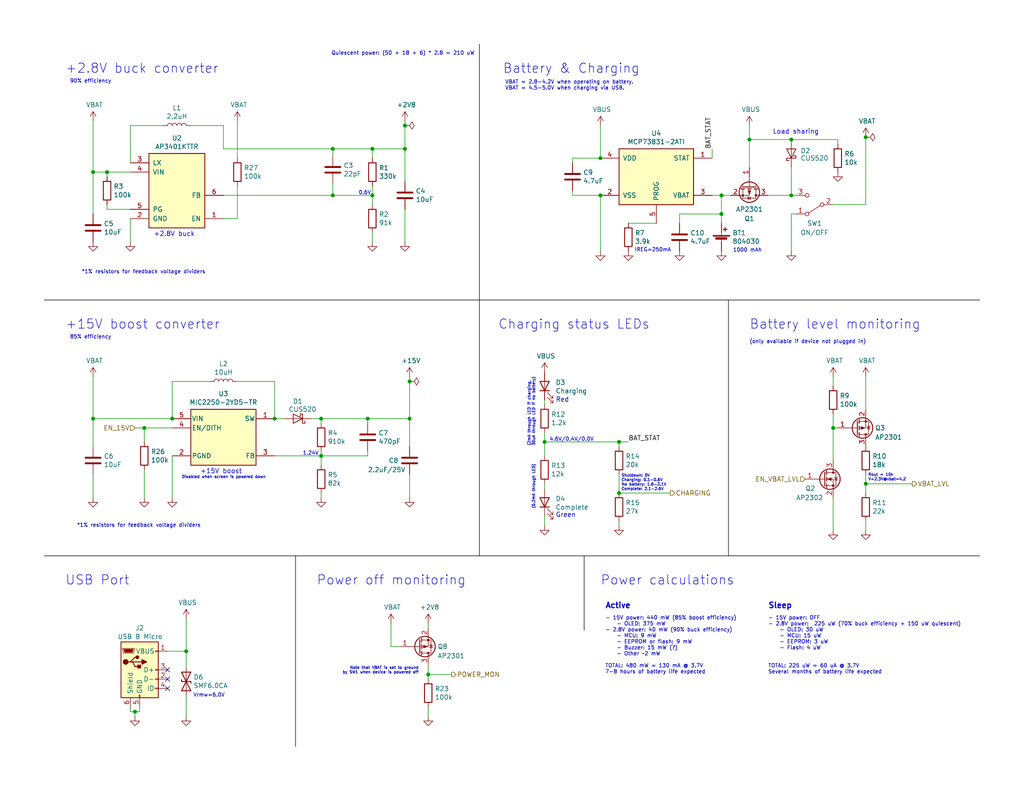
<source format=kicad_sch>
(kicad_sch (version 20211123) (generator eeschema)
  (paper "USLetter")
  (title_block (title "Handheld game console (Power)") (date "2021-11-16") (rev "2021A"))
  (lib_symbols
    (symbol "Connector:USB_B_Micro" (pin_names (offset 1.016))
      (property "Reference" "J" (at -5.08 11.43 0))
      (property "Value" "USB_B_Micro" (at -5.08 8.89 0))
      (symbol "USB_B_Micro_0_1"
        (rectangle (start -5.08 -7.62) (end 5.08 7.62) (stroke (width 0.254)) (fill (type background)))
        (circle (center -3.81 2.159) (radius 0.635) (stroke (width 0.254)) (fill (type outline)))
        (circle (center -0.635 3.429) (radius 0.381) (stroke (width 0.254)) (fill (type outline)))
        (rectangle (start -0.127 -7.62) (end 0.127 -6.858))
        (polyline (pts (xy -1.905 2.159) (xy 0.635 2.159)) (stroke (width 0.254)))
        (polyline (pts (xy -3.175 2.159) (xy -2.54 2.159) (xy -1.27 3.429) (xy -0.635 3.429)) (stroke (width 0.254)))
        (polyline (pts (xy -2.54 2.159) (xy -1.905 2.159) (xy -1.27 0.889) (xy 0 0.889)) (stroke (width 0.254)))
        (polyline (pts (xy 0.635 2.794) (xy 0.635 1.524) (xy 1.905 2.159) (xy 0.635 2.794)) (stroke (width 0.254)) (fill (type outline)))
        (polyline (pts (xy -4.318 5.588) (xy -1.778 5.588) (xy -2.032 4.826) (xy -4.064 4.826) (xy -4.318 5.588)) (fill (type outline)))
        (polyline (pts (xy -4.699 5.842) (xy -4.699 5.588) (xy -4.445 4.826) (xy -4.445 4.572) (xy -1.651 4.572) (xy -1.651 4.826) (xy -1.397 5.588) (xy -1.397 5.842) (xy -4.699 5.842)))
        (rectangle (start 0.254 1.27) (end -0.508 0.508) (stroke (width 0.254)) (fill (type outline)))
        (rectangle (start 5.08 -5.207) (end 4.318 -4.953))
        (rectangle (start 5.08 -2.667) (end 4.318 -2.413))
        (rectangle (start 5.08 -0.127) (end 4.318 0.127))
        (rectangle (start 5.08 4.953) (end 4.318 5.207))
      )
      (symbol "USB_B_Micro_1_1"
        (pin power_out line (at 7.62 5.08 180) (length 2.54) (name "VBUS") (number "1"))
        (pin bidirectional line (at 7.62 -2.54 180) (length 2.54) (name "D-") (number "2"))
        (pin bidirectional line (at 7.62 0 180) (length 2.54) (name "D+") (number "3"))
        (pin passive line (at 7.62 -5.08 180) (length 2.54) (name "ID") (number "4"))
        (pin power_out line (at 0 -10.16 90) (length 2.54) (name "GND") (number "5"))
        (pin passive line (at -2.54 -10.16 90) (length 2.54) (name "Shield") (number "6"))
      )
    )
    (symbol "Device:Battery_Cell" (pin_numbers hide) (pin_names (offset 0) hide)
      (property "Reference" "BT" (at 2.54 2.54 0))
      (property "Value" "Battery_Cell" (at 2.54 0 0))
      (symbol "Battery_Cell_0_1"
        (rectangle (start -2.286 1.778) (end 2.286 1.524) (fill (type outline)))
        (rectangle (start -1.5748 1.1938) (end 1.4732 0.6858) (fill (type outline)))
        (polyline (pts (xy 0 0.762) (xy 0 0)))
        (polyline (pts (xy 0 1.778) (xy 0 2.54)))
        (polyline (pts (xy 0.508 3.429) (xy 1.524 3.429)) (stroke (width 0.254)))
        (polyline (pts (xy 1.016 3.937) (xy 1.016 2.921)) (stroke (width 0.254)))
      )
      (symbol "Battery_Cell_1_1"
        (pin passive line (at 0 5.08 270) (length 2.54) (name "+") (number "1"))
        (pin passive line (at 0 -2.54 90) (length 2.54) (name "-") (number "2"))
      )
    )
    (symbol "Device:C" (pin_numbers hide) (pin_names (offset 0.254))
      (property "Reference" "C" (at 0.635 2.54 0))
      (property "Value" "C" (at 0.635 -2.54 0))
      (symbol "C_0_1"
        (polyline (pts (xy -2.032 -0.762) (xy 2.032 -0.762)) (stroke (width 0.508)))
        (polyline (pts (xy -2.032 0.762) (xy 2.032 0.762)) (stroke (width 0.508)))
      )
      (symbol "C_1_1"
        (pin passive line (at 0 3.81 270) (length 2.794) (name "~") (number "1"))
        (pin passive line (at 0 -3.81 90) (length 2.794) (name "~") (number "2"))
      )
    )
    (symbol "Device:D_TVS" (pin_numbers hide) (pin_names (offset 1.016) hide)
      (property "Reference" "D" (at 0 2.54 0))
      (property "Value" "D_TVS" (at 0 -2.54 0))
      (symbol "D_TVS_0_1"
        (polyline (pts (xy 1.27 0) (xy -1.27 0)))
        (polyline (pts (xy 0.508 1.27) (xy 0 1.27) (xy 0 -1.27) (xy -0.508 -1.27)) (stroke (width 0.254)))
        (polyline (pts (xy -2.54 1.27) (xy -2.54 -1.27) (xy 2.54 1.27) (xy 2.54 -1.27) (xy -2.54 1.27)) (stroke (width 0.254)))
      )
      (symbol "D_TVS_1_1"
        (pin passive line (at -3.81 0 0) (length 2.54) (name "A1") (number "1"))
        (pin passive line (at 3.81 0 180) (length 2.54) (name "A2") (number "2"))
      )
    )
    (symbol "Device:L" (pin_numbers hide) (pin_names (offset 1.016) hide)
      (property "Reference" "L" (at -1.27 0 90))
      (property "Value" "L" (at 1.905 0 90))
      (symbol "L_0_1"
        (arc (start 0 -2.54) (mid 0.635 -1.905) (end 0 -1.27))
        (arc (start 0 -1.27) (mid 0.635 -0.635) (end 0 0))
        (arc (start 0 0) (mid 0.635 0.635) (end 0 1.27))
        (arc (start 0 1.27) (mid 0.635 1.905) (end 0 2.54))
      )
      (symbol "L_1_1"
        (pin passive line (at 0 3.81 270) (length 1.27) (name "1") (number "1"))
        (pin passive line (at 0 -3.81 90) (length 1.27) (name "2") (number "2"))
      )
    )
    (symbol "Device:LED" (pin_numbers hide) (pin_names (offset 1.016) hide)
      (property "Reference" "D" (at 0 2.54 0))
      (property "Value" "LED" (at 0 -2.54 0))
      (symbol "LED_0_1"
        (polyline (pts (xy -1.27 -1.27) (xy -1.27 1.27)) (stroke (width 0.254)))
        (polyline (pts (xy -1.27 0) (xy 1.27 0)))
        (polyline (pts (xy 1.27 -1.27) (xy 1.27 1.27) (xy -1.27 0) (xy 1.27 -1.27)) (stroke (width 0.254)))
        (polyline (pts (xy -3.048 -0.762) (xy -4.572 -2.286) (xy -3.81 -2.286) (xy -4.572 -2.286) (xy -4.572 -1.524)))
        (polyline (pts (xy -1.778 -0.762) (xy -3.302 -2.286) (xy -2.54 -2.286) (xy -3.302 -2.286) (xy -3.302 -1.524)))
      )
      (symbol "LED_1_1"
        (pin passive line (at -3.81 0 0) (length 2.54) (name "K") (number "1"))
        (pin passive line (at 3.81 0 180) (length 2.54) (name "A") (number "2"))
      )
    )
    (symbol "Device:R" (pin_numbers hide) (pin_names (offset 0))
      (property "Reference" "R" (at 2.032 0 90))
      (property "Value" "R" (at 0 0 90))
      (symbol "R_0_1"
        (rectangle (start -1.016 -2.54) (end 1.016 2.54) (stroke (width 0.254)))
      )
      (symbol "R_1_1"
        (pin passive line (at 0 3.81 270) (length 1.27) (name "~") (number "1"))
        (pin passive line (at 0 -3.81 90) (length 1.27) (name "~") (number "2"))
      )
    )
    (symbol "Switch:SW_SPDT" (pin_names (offset 0) hide)
      (property "Reference" "SW" (at 0 4.318 0))
      (property "Value" "SW_SPDT" (at 0 -5.08 0))
      (symbol "SW_SPDT_0_0"
        (circle (center -2.032 0) (radius 0.508))
        (circle (center 2.032 -2.54) (radius 0.508))
      )
      (symbol "SW_SPDT_0_1"
        (polyline (pts (xy -1.524 0.254) (xy 1.651 2.286)))
        (circle (center 2.032 2.54) (radius 0.508))
      )
      (symbol "SW_SPDT_1_1"
        (pin passive line (at 5.08 2.54 180) (length 2.54) (name "A") (number "1"))
        (pin passive line (at -5.08 0 0) (length 2.54) (name "B") (number "2"))
        (pin passive line (at 5.08 -2.54 180) (length 2.54) (name "C") (number "3"))
      )
    )
    (symbol "console:+2.8V" (power) (pin_names (offset 0))
      (property "Value" "+2.8V" (at 0 3.556 0))
      (symbol "+2.8V_0_1"
        (polyline (pts (xy -0.762 1.27) (xy 0 2.54)))
        (polyline (pts (xy 0 0) (xy 0 2.54)))
        (polyline (pts (xy 0 2.54) (xy 0.762 1.27)))
      )
      (symbol "+2.8V_1_1"
        (pin power_in line (at 0 0 90) (length 0) hide (name "+2V8") (number "1"))
      )
    )
    (symbol "console:AP2301" (pin_names hide)
      (property "Reference" "Q" (at 5.08 1.905 0))
      (property "Value" "AP2301" (at 5.08 0 0))
      (symbol "AP2301_0_1"
        (polyline (pts (xy 0.254 0) (xy -2.54 0)))
        (polyline (pts (xy 0.254 1.905) (xy 0.254 -1.905)) (stroke (width 0.254)))
        (polyline (pts (xy 0.762 -1.27) (xy 0.762 -2.286)) (stroke (width 0.254)))
        (polyline (pts (xy 0.762 0.508) (xy 0.762 -0.508)) (stroke (width 0.254)))
        (polyline (pts (xy 0.762 2.286) (xy 0.762 1.27)) (stroke (width 0.254)))
        (polyline (pts (xy 2.54 2.54) (xy 2.54 1.778)))
        (polyline (pts (xy 2.54 -2.54) (xy 2.54 0) (xy 0.762 0)))
        (polyline (pts (xy 0.762 1.778) (xy 3.302 1.778) (xy 3.302 -1.778) (xy 0.762 -1.778)))
        (polyline (pts (xy 2.286 0) (xy 1.27 0.381) (xy 1.27 -0.381) (xy 2.286 0)) (fill (type outline)))
        (polyline (pts (xy 2.794 -0.508) (xy 2.921 -0.381) (xy 3.683 -0.381) (xy 3.81 -0.254)))
        (polyline (pts (xy 3.302 -0.381) (xy 2.921 0.254) (xy 3.683 0.254) (xy 3.302 -0.381)))
        (circle (center 1.651 0) (radius 2.794) (stroke (width 0.254)))
        (circle (center 2.54 -1.778) (radius 0.254) (fill (type outline)))
        (circle (center 2.54 1.778) (radius 0.254) (fill (type outline)))
      )
      (symbol "AP2301_1_1"
        (pin input line (at -5.08 0 0) (length 2.54) (name "G") (number "1"))
        (pin passive line (at 2.54 -5.08 90) (length 2.54) (name "S") (number "2"))
        (pin passive line (at 2.54 5.08 270) (length 2.54) (name "D") (number "3"))
      )
    )
    (symbol "console:AP2302" (pin_names hide)
      (property "Reference" "Q" (at 5.08 1.905 0))
      (property "Value" "AP2302" (at 5.08 0 0))
      (symbol "AP2302_0_1"
        (polyline (pts (xy 0.254 0) (xy -2.54 0)))
        (polyline (pts (xy 0.254 1.905) (xy 0.254 -1.905)) (stroke (width 0.254)))
        (polyline (pts (xy 0.762 -1.27) (xy 0.762 -2.286)) (stroke (width 0.254)))
        (polyline (pts (xy 0.762 0.508) (xy 0.762 -0.508)) (stroke (width 0.254)))
        (polyline (pts (xy 0.762 2.286) (xy 0.762 1.27)) (stroke (width 0.254)))
        (polyline (pts (xy 2.54 2.54) (xy 2.54 1.778)))
        (polyline (pts (xy 2.54 -2.54) (xy 2.54 0) (xy 0.762 0)))
        (polyline (pts (xy 0.762 -1.778) (xy 3.302 -1.778) (xy 3.302 1.778) (xy 0.762 1.778)))
        (polyline (pts (xy 1.016 0) (xy 2.032 0.381) (xy 2.032 -0.381) (xy 1.016 0)) (fill (type outline)))
        (polyline (pts (xy 2.794 0.508) (xy 2.921 0.381) (xy 3.683 0.381) (xy 3.81 0.254)))
        (polyline (pts (xy 3.302 0.381) (xy 2.921 -0.254) (xy 3.683 -0.254) (xy 3.302 0.381)))
        (circle (center 1.651 0) (radius 2.794) (stroke (width 0.254)))
        (circle (center 2.54 -1.778) (radius 0.254) (fill (type outline)))
        (circle (center 2.54 1.778) (radius 0.254) (fill (type outline)))
      )
      (symbol "AP2302_1_1"
        (pin input line (at -5.08 0 0) (length 2.54) (name "G") (number "1"))
        (pin passive line (at 2.54 -5.08 90) (length 2.54) (name "S") (number "2"))
        (pin passive line (at 2.54 5.08 270) (length 2.54) (name "D") (number "3"))
      )
    )
    (symbol "console:AP3401" (pin_names (offset 1.016))
      (property "Reference" "U" (at 0 0 0))
      (property "Value" "AP3401" (at 2.54 0 0))
      (symbol "AP3401_0_1"
        (rectangle (start -5.08 -1.27) (end 10.16 -21.59) (stroke (width 0.254)) (fill (type background)))
      )
      (symbol "AP3401_1_1"
        (pin input line (at 15.24 -19.05 180) (length 5.08) (name "EN") (number "1"))
        (pin power_in line (at -10.16 -19.05 0) (length 5.08) (name "GND") (number "2"))
        (pin power_out line (at -10.16 -3.81 0) (length 5.08) (name "LX") (number "3"))
        (pin power_in line (at -10.16 -6.35 0) (length 5.08) (name "VIN") (number "4"))
        (pin input line (at -10.16 -16.51 0) (length 5.08) (name "PG") (number "5"))
        (pin input line (at 15.24 -12.7 180) (length 5.08) (name "FB") (number "6"))
      )
    )
    (symbol "console:CUS520" (pin_numbers hide) (pin_names (offset 1.016) hide)
      (property "Reference" "D" (at 0 2.54 0))
      (property "Value" "CUS520" (at 0 -2.54 0))
      (symbol "CUS520_0_1"
        (polyline (pts (xy 1.27 0) (xy -1.27 0)))
        (polyline (pts (xy 1.27 1.27) (xy 1.27 -1.27) (xy -1.27 0) (xy 1.27 1.27)) (stroke (width 0.2032)))
        (polyline (pts (xy -1.905 0.635) (xy -1.905 1.27) (xy -1.27 1.27) (xy -1.27 -1.27) (xy -0.635 -1.27) (xy -0.635 -0.635)) (stroke (width 0.2032)))
      )
      (symbol "CUS520_1_1"
        (pin passive line (at -3.81 0 0) (length 2.54) (name "C") (number "1"))
        (pin passive line (at 3.81 0 180) (length 2.54) (name "A") (number "2"))
      )
    )
    (symbol "console:MCP73831T-2ATI" (pin_names (offset 1.016))
      (property "Reference" "U" (at -1.27 11.43 0))
      (property "Value" "MCP73831T-2ATI" (at -8.89 8.89 0))
      (symbol "MCP73831T-2ATI_0_0"
        (rectangle (start -10.16 -7.62) (end 10.16 7.62) (stroke (width 0.254)) (fill (type background)))
        (pin output line (at 15.24 5.08 180) (length 5.08) (name "STAT") (number "1"))
        (pin power_in line (at -15.24 -5.08 0) (length 5.08) (name "VSS") (number "2"))
        (pin output line (at 15.24 -5.08 180) (length 5.08) (name "VBAT") (number "3"))
        (pin power_in line (at -15.24 5.08 0) (length 5.08) (name "VDD") (number "4"))
        (pin input line (at 0 -12.7 90) (length 5.08) (name "PROG") (number "5"))
      )
    )
    (symbol "console:MIC2250" (pin_names (offset 0.254))
      (property "Reference" "U" (at 16.51 7.62 0))
      (property "Value" "MIC2250" (at 16.51 5.08 0))
      (symbol "MIC2250_1_1"
        (rectangle (start 7.62 3.81) (end 25.4 -11.43) (stroke (width 0.254)) (fill (type background)))
        (pin input line (at 30.48 1.27 180) (length 5.08) (name "SW") (number "1"))
        (pin power_in line (at 2.54 -8.89 0) (length 5.08) (name "PGND") (number "2"))
        (pin input line (at 30.48 -8.89 180) (length 5.08) (name "FB") (number "3"))
        (pin input line (at 2.54 -1.27 0) (length 5.08) (name "EN/DITH") (number "4"))
        (pin input line (at 2.54 1.27 0) (length 5.08) (name "VIN") (number "5"))
      )
    )
    (symbol "console:VBAT" (power) (pin_names (offset 0))
      (property "Value" "VBAT" (at 0 3.81 0))
      (symbol "VBAT_0_1"
        (polyline (pts (xy -0.762 1.27) (xy 0 2.54)))
        (polyline (pts (xy 0 0) (xy 0 2.54)))
        (polyline (pts (xy 0 2.54) (xy 0.762 1.27)))
      )
      (symbol "VBAT_1_1"
        (pin power_in line (at 0 0 90) (length 0) hide (name "VBAT") (number "1"))
      )
    )
    (symbol "power:+15V" (power) (pin_names (offset 0))
      (property "Value" "+15V" (at 0 3.556 0))
      (symbol "+15V_0_1"
        (polyline (pts (xy -0.762 1.27) (xy 0 2.54)))
        (polyline (pts (xy 0 0) (xy 0 2.54)))
        (polyline (pts (xy 0 2.54) (xy 0.762 1.27)))
      )
      (symbol "+15V_1_1"
        (pin power_in line (at 0 0 90) (length 0) hide (name "+15V") (number "1"))
      )
    )
    (symbol "power:GND" (power) (pin_names (offset 0))
      (property "Value" "GND" (at 0 -3.81 0))
      (symbol "GND_0_1"
        (polyline (pts (xy 0 0) (xy 0 -1.27) (xy 1.27 -1.27) (xy 0 -2.54) (xy -1.27 -1.27) (xy 0 -1.27)))
      )
      (symbol "GND_1_1"
        (pin power_in line (at 0 0 270) (length 0) hide (name "GND") (number "1"))
      )
    )
    (symbol "power:PWR_FLAG" (power) (pin_numbers hide) (pin_names (offset 0) hide)
      (property "Value" "PWR_FLAG" (at 0 3.81 0))
      (symbol "PWR_FLAG_0_0"
        (pin power_out line (at 0 0 90) (length 0) (name "pwr") (number "1"))
      )
      (symbol "PWR_FLAG_0_1"
        (polyline (pts (xy 0 0) (xy 0 1.27) (xy -1.016 1.905) (xy 0 2.54) (xy 1.016 1.905) (xy 0 1.27)))
      )
    )
    (symbol "power:VBUS" (power) (pin_names (offset 0))
      (property "Value" "VBUS" (at 0 3.81 0))
      (symbol "VBUS_0_1"
        (polyline (pts (xy -0.762 1.27) (xy 0 2.54)))
        (polyline (pts (xy 0 0) (xy 0 2.54)))
        (polyline (pts (xy 0 2.54) (xy 0.762 1.27)))
      )
      (symbol "VBUS_1_1"
        (pin power_in line (at 0 0 90) (length 0) hide (name "VBUS") (number "1"))
      )
    )
  )
  (junction (at 87.63 114.3))
  (junction (at 116.84 184.15))
  (junction (at 110.49 40.64))
  (junction (at 101.6 53.34))
  (junction (at 46.99 114.3))
  (junction (at 74.93 114.3))
  (junction (at 196.85 53.34))
  (junction (at 101.6 40.64))
  (junction (at 163.83 53.34))
  (junction (at 163.83 43.18))
  (junction (at 29.21 46.99))
  (junction (at 236.22 37.465))
  (junction (at 236.22 132.08))
  (junction (at 215.9 38.1))
  (junction (at 111.76 104.14))
  (junction (at 111.76 114.3))
  (junction (at 87.63 124.46))
  (junction (at 39.37 116.84))
  (junction (at 196.85 58.42))
  (junction (at 90.805 53.34))
  (junction (at 168.91 134.62))
  (junction (at 100.33 114.3))
  (junction (at 168.91 120.65))
  (junction (at 204.47 38.1))
  (junction (at 50.8 177.8))
  (junction (at 25.4 114.3))
  (junction (at 215.9 53.34))
  (junction (at 36.83 194.31))
  (junction (at 25.4 46.99))
  (junction (at 110.49 34.29))
  (junction (at 148.59 120.65))
  (junction (at 90.805 40.64))
  (junction (at 227.33 116.84))
  (no_connect (at 45.72 182.88))
  (no_connect (at 45.72 187.96))
  (no_connect (at 45.72 185.42))
  (wire (pts (xy 25.4 102.87) (xy 25.4 114.3)))
  (polyline (pts (xy 198.755 151.765) (xy 198.755 81.915)) (stroke (width 0) (type solid) (color 0 0 0 1)))
  (wire (pts (xy 215.9 45.72) (xy 215.9 53.34)))
  (wire (pts (xy 236.22 37.465) (xy 236.22 55.88)))
  (wire (pts (xy 110.49 34.29) (xy 110.49 40.64)))
  (wire (pts (xy 90.805 50.165) (xy 90.805 53.34)))
  (wire (pts (xy 90.805 40.64) (xy 101.6 40.64)))
  (wire (pts (xy 25.4 114.3) (xy 46.99 114.3)))
  (wire (pts (xy 215.9 58.42) (xy 215.9 68.58)))
  (wire (pts (xy 100.33 114.3) (xy 111.76 114.3)))
  (wire (pts (xy 35.56 66.04) (xy 35.56 59.69)))
  (wire (pts (xy 116.84 195.58) (xy 116.84 193.04)))
  (wire (pts (xy 110.49 33.02) (xy 110.49 34.29)))
  (wire (pts (xy 60.96 53.34) (xy 90.805 53.34)))
  (wire (pts (xy 148.59 132.08) (xy 148.59 133.35)))
  (wire (pts (xy 168.91 129.54) (xy 168.91 134.62)))
  (wire (pts (xy 35.56 194.31) (xy 36.83 194.31)))
  (wire (pts (xy 46.99 104.14) (xy 57.15 104.14)))
  (wire (pts (xy 87.63 135.89) (xy 87.63 134.62)))
  (wire (pts (xy 36.83 194.31) (xy 36.83 195.58)))
  (wire (pts (xy 90.805 53.34) (xy 101.6 53.34)))
  (wire (pts (xy 111.76 104.14) (xy 111.76 114.3)))
  (wire (pts (xy 171.45 60.96) (xy 179.07 60.96)))
  (wire (pts (xy 215.9 53.34) (xy 217.17 53.34)))
  (wire (pts (xy 148.59 120.65) (xy 148.59 124.46)))
  (wire (pts (xy 209.55 53.34) (xy 215.9 53.34)))
  (polyline (pts (xy 12.065 81.915) (xy 267.335 81.915)) (stroke (width 0) (type solid) (color 0 0 0 1)))
  (wire (pts (xy 116.84 181.61) (xy 116.84 184.15)))
  (wire (pts (xy 25.4 46.99) (xy 29.21 46.99)))
  (wire (pts (xy 85.09 114.3) (xy 87.63 114.3)))
  (wire (pts (xy 185.42 60.96) (xy 185.42 58.42)))
  (wire (pts (xy 64.77 33.02) (xy 64.77 43.18)))
  (wire (pts (xy 100.33 114.3) (xy 100.33 115.57)))
  (wire (pts (xy 87.63 124.46) (xy 87.63 127)))
  (wire (pts (xy 204.47 34.29) (xy 204.47 38.1)))
  (wire (pts (xy 215.9 58.42) (xy 217.17 58.42)))
  (wire (pts (xy 106.68 170.18) (xy 106.68 176.53)))
  (wire (pts (xy 116.84 170.18) (xy 116.84 171.45)))
  (wire (pts (xy 204.47 38.1) (xy 204.47 45.72)))
  (wire (pts (xy 194.31 40.64) (xy 194.31 43.18)))
  (wire (pts (xy 90.805 42.545) (xy 90.805 40.64)))
  (wire (pts (xy 74.93 124.46) (xy 87.63 124.46)))
  (polyline (pts (xy 12.065 151.765) (xy 267.335 151.765)) (stroke (width 0) (type solid) (color 0 0 0 1)))
  (wire (pts (xy 168.91 121.92) (xy 168.91 120.65)))
  (wire (pts (xy 228.6 39.37) (xy 228.6 38.1)))
  (wire (pts (xy 25.4 129.54) (xy 25.4 135.89)))
  (wire (pts (xy 227.33 113.03) (xy 227.33 116.84)))
  (wire (pts (xy 236.22 102.87) (xy 236.22 111.76)))
  (wire (pts (xy 168.91 134.62) (xy 182.88 134.62)))
  (wire (pts (xy 236.22 55.88) (xy 227.33 55.88)))
  (wire (pts (xy 29.21 46.99) (xy 35.56 46.99)))
  (wire (pts (xy 25.4 114.3) (xy 25.4 121.92)))
  (wire (pts (xy 156.21 43.18) (xy 163.83 43.18)))
  (wire (pts (xy 116.84 184.15) (xy 116.84 185.42)))
  (wire (pts (xy 60.96 40.64) (xy 90.805 40.64)))
  (wire (pts (xy 111.76 129.54) (xy 111.76 135.89)))
  (wire (pts (xy 227.33 116.84) (xy 228.6 116.84)))
  (wire (pts (xy 111.76 102.87) (xy 111.76 104.14)))
  (wire (pts (xy 100.33 124.46) (xy 100.33 123.19)))
  (wire (pts (xy 35.56 193.04) (xy 35.56 194.31)))
  (wire (pts (xy 156.21 44.45) (xy 156.21 43.18)))
  (wire (pts (xy 25.4 33.02) (xy 25.4 46.99)))
  (wire (pts (xy 111.76 114.3) (xy 111.76 121.92)))
  (wire (pts (xy 236.22 132.08) (xy 236.22 134.62)))
  (wire (pts (xy 227.33 102.87) (xy 227.33 105.41)))
  (wire (pts (xy 60.96 34.29) (xy 60.96 40.64)))
  (wire (pts (xy 25.4 46.99) (xy 25.4 58.42)))
  (wire (pts (xy 35.56 57.15) (xy 29.21 57.15)))
  (wire (pts (xy 46.99 114.3) (xy 46.99 104.14)))
  (wire (pts (xy 50.8 168.91) (xy 50.8 177.8)))
  (wire (pts (xy 110.49 40.64) (xy 110.49 49.53)))
  (polyline (pts (xy 159.512 171.9072) (xy 267.2588 171.9072)) (stroke (width 0) (type solid) (color 255 255 255 1)))
  (wire (pts (xy 101.6 63.5) (xy 101.6 66.04)))
  (wire (pts (xy 196.85 58.42) (xy 196.85 60.96)))
  (wire (pts (xy 168.91 142.24) (xy 168.91 143.51)))
  (wire (pts (xy 196.85 53.34) (xy 196.85 58.42)))
  (wire (pts (xy 29.21 55.88) (xy 29.21 57.15)))
  (wire (pts (xy 236.22 129.54) (xy 236.22 132.08)))
  (wire (pts (xy 156.21 53.34) (xy 163.83 53.34)))
  (wire (pts (xy 36.83 194.31) (xy 38.1 194.31)))
  (wire (pts (xy 60.96 59.69) (xy 64.77 59.69)))
  (wire (pts (xy 50.8 189.865) (xy 50.8 195.58)))
  (wire (pts (xy 50.8 177.8) (xy 50.8 182.245)))
  (wire (pts (xy 64.77 104.14) (xy 74.93 104.14)))
  (wire (pts (xy 196.85 53.34) (xy 199.39 53.34)))
  (wire (pts (xy 45.72 177.8) (xy 50.8 177.8)))
  (polyline (pts (xy 130.81 151.765) (xy 130.81 12.065)) (stroke (width 0) (type solid) (color 0 0 0 1)))
  (wire (pts (xy 74.93 104.14) (xy 74.93 114.3)))
  (wire (pts (xy 39.37 116.84) (xy 36.83 116.84)))
  (wire (pts (xy 52.07 34.29) (xy 60.96 34.29)))
  (wire (pts (xy 74.93 114.3) (xy 77.47 114.3)))
  (wire (pts (xy 227.33 125.73) (xy 227.33 116.84)))
  (wire (pts (xy 215.9 38.1) (xy 228.6 38.1)))
  (wire (pts (xy 236.22 142.24) (xy 236.22 144.78)))
  (wire (pts (xy 148.59 118.11) (xy 148.59 120.65)))
  (wire (pts (xy 101.6 40.64) (xy 101.6 43.18)))
  (polyline (pts (xy 159.385 172.085) (xy 159.385 151.765)) (stroke (width 0) (type solid) (color 0 0 0 1)))
  (wire (pts (xy 163.83 53.34) (xy 163.83 68.58)))
  (wire (pts (xy 185.42 58.42) (xy 196.85 58.42)))
  (wire (pts (xy 87.63 123.19) (xy 87.63 124.46)))
  (wire (pts (xy 148.59 120.65) (xy 168.91 120.65)))
  (wire (pts (xy 236.22 132.08) (xy 248.92 132.08)))
  (wire (pts (xy 168.91 120.65) (xy 171.45 120.65)))
  (wire (pts (xy 163.83 34.29) (xy 163.83 43.18)))
  (wire (pts (xy 39.37 120.65) (xy 39.37 116.84)))
  (wire (pts (xy 106.68 176.53) (xy 109.22 176.53)))
  (wire (pts (xy 87.63 124.46) (xy 100.33 124.46)))
  (wire (pts (xy 123.19 184.15) (xy 116.84 184.15)))
  (wire (pts (xy 204.47 38.1) (xy 215.9 38.1)))
  (wire (pts (xy 101.6 50.8) (xy 101.6 53.34)))
  (wire (pts (xy 38.1 193.04) (xy 38.1 194.31)))
  (wire (pts (xy 194.31 53.34) (xy 196.85 53.34)))
  (polyline (pts (xy 80.645 151.765) (xy 80.645 203.835)) (stroke (width 0) (type solid) (color 0 0 0 1)))
  (wire (pts (xy 46.99 124.46) (xy 46.99 135.89)))
  (wire (pts (xy 87.63 114.3) (xy 100.33 114.3)))
  (wire (pts (xy 87.63 115.57) (xy 87.63 114.3)))
  (wire (pts (xy 148.59 140.97) (xy 148.59 143.51)))
  (wire (pts (xy 64.77 50.8) (xy 64.77 59.69)))
  (wire (pts (xy 35.56 34.29) (xy 44.45 34.29)))
  (wire (pts (xy 29.21 48.26) (xy 29.21 46.99)))
  (wire (pts (xy 156.21 52.07) (xy 156.21 53.34)))
  (wire (pts (xy 46.99 116.84) (xy 39.37 116.84)))
  (wire (pts (xy 110.49 57.15) (xy 110.49 66.04)))
  (wire (pts (xy 39.37 135.89) (xy 39.37 128.27)))
  (wire (pts (xy 148.59 110.49) (xy 148.59 109.22)))
  (wire (pts (xy 35.56 44.45) (xy 35.56 34.29)))
  (wire (pts (xy 101.6 53.34) (xy 101.6 55.88)))
  (wire (pts (xy 101.6 40.64) (xy 110.49 40.64)))
  (wire (pts (xy 227.33 135.89) (xy 227.33 144.78)))
  (text "Note that VBAT is set to ground\nby SW1 when device is powered off" (at 114.3 184.15 0) (effects (font (size 0.762 0.762)) (justify right bottom)))
  (text "(only available if device not plugged in)" (at 204.47 93.98 0) (effects (font (size 1.016 1.016)) (justify left bottom)))
  (text "85% efficiency" (at 19.05 92.71 0) (effects (font (size 1.016 1.016)) (justify left bottom)))
  (text "Red" (at 151.6126 110.0074 0) (effects (font (size 1.27 1.27)) (justify left bottom)))
  (text "Sleep" (at 209.55 166.37 0) (effects (font (size 1.524 1.524) (thickness 0.3048) bold) (justify left bottom)))
  (text "Power calculations" (at 163.83 160.02 0) (effects (font (size 2.54 2.54)) (justify left bottom)))
  (text "(0.2mA through LED)" (at 146.05 139.065 90) (effects (font (size 0.762 0.762)) (justify left bottom)))
  (text "Green\n" (at 151.5872 141.478 0) (effects (font (size 1.27 1.27)) (justify left bottom)))
  (text "Battery & Charging" (at 137.16 20.32 0) (effects (font (size 2.54 2.54)) (justify left bottom)))
  (text "- 15V power: OFF\n- 2.8V power:  225 uW (70% buck efficiency + 150 uW quiescent)\n    - OLED: 30 uW\n    - MCU: 15 uW\n    - EEPROM: 3 uW\n    - Flash: 4 uW\n\n\nTOTAL: 225 uW = 60 uA @ 3.7V\nSeveral months of battery life expected" (at 209.55 184.15 0) (effects (font (size 1.016 1.016)) (justify left bottom)))
  (text "90% efficiency" (at 19.05 22.86 0) (effects (font (size 1.016 1.016)) (justify left bottom)))
  (text "1000 mAh\n" (at 199.9488 69.0118 0) (effects (font (size 1.016 1.016)) (justify left bottom)))
  (text "0.6V" (at 97.79 53.34 0) (effects (font (size 1.016 1.016)) (justify left bottom)))
  (text "Vrmw=6.0V" (at 52.705 190.5 0) (effects (font (size 1.016 1.016)) (justify left bottom)))
  (text "1.24V" (at 82.55 124.46 0) (effects (font (size 1.016 1.016)) (justify left bottom)))
  (text "*1% resistors for feedback voltage dividers" (at 20.955 144.145 0) (effects (font (size 1.016 1.016)) (justify left bottom)))
  (text "Battery level monitoring\n" (at 204.47 90.17 0) (effects (font (size 2.54 2.54)) (justify left bottom)))
  (text "- 15V power: 440 mW (85% boost efficiency)\n    - OLED: 375 mW\n- 2.8V power: 40 mW (90% buck efficiency)\n    - MCU: 9 mW\n    - EEPROM or flash: 9 mW\n    - Buzzer: 15 mW (?)\n    - Other ~2 mW\n\nTOTAL: 480 mW = 130 mA @ 3.7V\n7-8 hours of battery life expected" (at 165.1 184.15 0) (effects (font (size 1.016 1.016)) (justify left bottom)))
  (text "(2mA through LED if charging,\n30uA through LED if no battery)" (at 146.05 121.92 90) (effects (font (size 0.762 0.762)) (justify left bottom)))
  (text "4.6V/0.4V/0.0V" (at 149.86 120.65 0) (effects (font (size 1.016 1.016)) (justify left bottom)))
  (text "+2.8V buck converter" (at 17.78 20.32 0) (effects (font (size 2.54 2.54)) (justify left bottom)))
  (text "VBAT = 2.8-4.2V when operating on battery.\nVBAT = 4.5-5.0V when charging via USB." (at 137.795 24.765 0) (effects (font (size 1.016 1.016)) (justify left bottom)))
  (text "Shutdown: 0V\nCharging: 0.1-0.6V\nNo battery: 1.6-2.1V\nComplete: 2.1-2.6V" (at 169.4942 134.112 0) (effects (font (size 0.762 0.762)) (justify left bottom)))
  (text "+15V boost converter" (at 17.78 90.17 0) (effects (font (size 2.54 2.54)) (justify left bottom)))
  (text "Active" (at 165.1 166.37 0) (effects (font (size 1.524 1.524) (thickness 0.3048) bold) (justify left bottom)))
  (text "*1% resistors for feedback voltage dividers" (at 22.225 74.93 0) (effects (font (size 1.016 1.016)) (justify left bottom)))
  (text "USB Port" (at 17.78 160.02 0) (effects (font (size 2.54 2.54)) (justify left bottom)))
  (text "Rout = 10k\nV=2.3V@vbat=4.2\n" (at 236.855 131.445 0) (effects (font (size 0.762 0.762)) (justify left bottom)))
  (text "Charging status LEDs" (at 135.89 90.17 0) (effects (font (size 2.54 2.54)) (justify left bottom)))
  (text "Load sharing" (at 210.82 36.83 0) (effects (font (size 1.27 1.27)) (justify left bottom)))
  (text "+15V boost" (at 54.61 129.54 0) (effects (font (size 1.27 1.27)) (justify left bottom)))
  (text "Disabled when screen is powered down" (at 49.53 130.81 0) (effects (font (size 0.762 0.762)) (justify left bottom)))
  (text "IREG=250mA" (at 173.1264 68.9356 0) (effects (font (size 1.016 1.016)) (justify left bottom)))
  (text "+2.8V buck" (at 41.91 64.77 0) (effects (font (size 1.27 1.27)) (justify left bottom)))
  (text "Quiescent power: (50 + 18 + 6) * 2.8 = 210 uW" (at 129.54 15.24 180) (effects (font (size 1.016 1.016)) (justify right bottom)))
  (text "Power off monitoring" (at 86.36 160.02 0) (effects (font (size 2.54 2.54)) (justify left bottom)))
  (label "BAT_STAT" (at 171.45 120.65 0))
  (label "BAT_STAT" (at 194.31 40.64 90))
  (hierarchical_label "EN_VBAT_LVL" (shape input) (at 219.71 130.81 180))
  (hierarchical_label "CHARGING" (shape output) (at 182.88 134.62 0))
  (hierarchical_label "POWER_MON" (shape output) (at 123.19 184.15 0))
  (hierarchical_label "EN_15V" (shape input) (at 36.83 116.84 180))
  (hierarchical_label "VBAT_LVL" (shape output) (at 248.92 132.08 0))
  (symbol (lib_id "console:VBAT") (at 25.4 33.02 0) (unit 1)
    (property "Reference" "#PWR0102" (effects hide))
    (property "Value" "VBAT" (at 25.781 28.6258 0))
  )
  (symbol (lib_id "console:VBAT") (at 25.4 102.87 0) (unit 1)
    (property "Reference" "#PWR0103" (effects hide))
    (property "Value" "VBAT" (at 25.781 98.4758 0))
  )
  (symbol (lib_id "power:GND") (at 46.99 135.89 0) (unit 1)
    (property "Reference" "#PWR0104" (effects hide))
    (property "Value" "GND" (effects hide))
  )
  (symbol (lib_id "console:MIC2250") (at 44.45 115.57 0) (unit 1)
    (property "Reference" "U3" (at 60.96 107.5182 0))
    (property "Value" "MIC2250-2YD5-TR" (at 60.96 109.8296 0))
    (property "Footprint" "Package_TO_SOT_SMD:SOT-23-5" (effects hide))
  )
  (symbol (lib_id "console:CUS520") (at 81.28 114.3 180) (unit 1)
    (property "Reference" "D1" (at 81.2292 109.5756 0))
    (property "Value" "CUS520" (at 82.55 111.76 0))
    (property "Footprint" "Diode_SMD:D_SOD-323_HandSoldering" (effects hide))
  )
  (symbol (lib_id "Device:R") (at 87.63 130.81 0) (unit 1)
    (property "Reference" "R5" (at 89.408 129.6416 0) (effects (justify left)))
    (property "Value" "82k" (at 89.408 131.953 0) (effects (justify left)))
    (property "Footprint" "Resistor_SMD:R_0603_1608Metric" (effects hide))
  )
  (symbol (lib_id "power:GND") (at 87.63 135.89 0) (unit 1)
    (property "Reference" "#PWR0105" (effects hide))
    (property "Value" "GND" (effects hide))
  )
  (symbol (lib_id "power:GND") (at 111.76 135.89 0) (unit 1)
    (property "Reference" "#PWR0106" (effects hide))
    (property "Value" "GND" (effects hide))
  )
  (symbol (lib_id "Device:L") (at 48.26 34.29 90) (unit 1)
    (property "Reference" "L1" (at 48.26 29.464 90))
    (property "Value" "2.2uH" (at 48.26 31.7754 90))
    (property "Footprint" "Inductor_SMD:L_1210_3225Metric" (effects hide))
  )
  (symbol (lib_id "Device:L") (at 60.96 104.14 90) (unit 1)
    (property "Reference" "L2" (at 60.96 99.314 90))
    (property "Value" "10uH" (at 60.96 101.6254 90))
    (property "Footprint" "Inductor_SMD:L_1210_3225Metric" (effects hide))
  )
  (symbol (lib_id "console:AP3401") (at 45.72 40.64 0) (unit 1)
    (property "Reference" "U2" (at 48.26 37.719 0))
    (property "Value" "AP3401KTTR" (at 48.26 40.0304 0))
    (property "Footprint" "Package_TO_SOT_SMD:SOT-23-6" (effects hide))
  )
  (symbol (lib_id "Device:C") (at 111.76 125.73 0) (unit 1)
    (property "Reference" "C8" (at 106.045 125.73 0) (effects (justify left)))
    (property "Value" "2.2uF/25V" (at 100.33 128.27 0) (effects (justify left)))
    (property "Footprint" "Capacitor_SMD:C_0603_1608Metric" (effects hide))
  )
  (symbol (lib_id "power:GND") (at 35.56 66.04 0) (unit 1)
    (property "Reference" "#PWR0107" (effects hide))
    (property "Value" "GND" (effects hide))
  )
  (symbol (lib_id "console:+2.8V") (at 110.49 33.02 0) (unit 1)
    (property "Reference" "#PWR0108" (effects hide))
    (property "Value" "+2.8V" (at 110.871 28.6258 0))
  )
  (symbol (lib_id "Device:R") (at 101.6 59.69 0) (unit 1)
    (property "Reference" "R2" (at 103.378 58.5216 0) (effects (justify left)))
    (property "Value" "91k" (at 103.378 60.833 0) (effects (justify left)))
    (property "Footprint" "Resistor_SMD:R_0603_1608Metric" (effects hide))
  )
  (symbol (lib_id "power:GND") (at 101.6 66.04 0) (unit 1)
    (property "Reference" "#PWR0109" (effects hide))
    (property "Value" "GND" (effects hide))
  )
  (symbol (lib_id "Device:R") (at 101.6 46.99 0) (unit 1)
    (property "Reference" "R1" (at 103.378 45.8216 0) (effects (justify left)))
    (property "Value" "330k" (at 103.378 48.133 0) (effects (justify left)))
    (property "Footprint" "Resistor_SMD:R_0603_1608Metric" (effects hide))
  )
  (symbol (lib_id "power:GND") (at 110.49 66.04 0) (unit 1)
    (property "Reference" "#PWR0110" (effects hide))
    (property "Value" "GND" (effects hide))
  )
  (symbol (lib_id "Device:C") (at 110.49 53.34 0) (unit 1)
    (property "Reference" "C4" (at 113.411 52.1716 0) (effects (justify left)))
    (property "Value" "10uF" (at 113.411 54.483 0) (effects (justify left)))
    (property "Footprint" "Capacitor_SMD:C_0805_2012Metric" (effects hide))
  )
  (symbol (lib_id "Device:C") (at 90.805 46.355 0) (unit 1)
    (property "Reference" "C3" (at 93.726 45.1866 0) (effects (justify left)))
    (property "Value" "22pF" (at 93.726 47.498 0) (effects (justify left)))
    (property "Footprint" "Capacitor_SMD:C_0603_1608Metric" (effects hide))
  )
  (symbol (lib_id "Device:R") (at 87.63 119.38 0) (unit 1)
    (property "Reference" "R4" (at 89.408 118.2116 0) (effects (justify left)))
    (property "Value" "910k" (at 89.408 120.523 0) (effects (justify left)))
    (property "Footprint" "Resistor_SMD:R_0603_1608Metric" (effects hide))
  )
  (symbol (lib_id "power:+15V") (at 111.76 102.87 0) (unit 1)
    (property "Reference" "#PWR0111" (effects hide))
    (property "Value" "+15V" (at 112.141 98.4758 0))
  )
  (symbol (lib_id "power:PWR_FLAG") (at 111.76 104.14 270) (unit 1)
    (property "Reference" "#FLG0101" (effects hide))
    (property "Value" "PWR_FLAG" (effects hide))
  )
  (symbol (lib_id "power:PWR_FLAG") (at 110.49 34.29 270) (unit 1)
    (property "Reference" "#FLG0102" (effects hide))
    (property "Value" "PWR_FLAG" (effects hide))
  )
  (symbol (lib_id "Device:R") (at 29.21 52.07 0) (unit 1)
    (property "Reference" "R3" (at 30.988 50.9016 0) (effects (justify left)))
    (property "Value" "100k" (at 30.988 53.213 0) (effects (justify left)))
    (property "Footprint" "Resistor_SMD:R_0603_1608Metric" (effects hide))
  )
  (symbol (lib_id "power:GND") (at 25.4 66.04 0) (unit 1)
    (property "Reference" "#PWR0112" (effects hide))
    (property "Value" "GND" (effects hide))
  )
  (symbol (lib_id "Device:C") (at 25.4 62.23 0) (unit 1)
    (property "Reference" "C5" (at 28.321 61.0616 0) (effects (justify left)))
    (property "Value" "10uF" (at 28.321 63.373 0) (effects (justify left)))
    (property "Footprint" "Capacitor_SMD:C_0805_2012Metric" (effects hide))
  )
  (symbol (lib_id "Device:C") (at 25.4 125.73 0) (unit 1)
    (property "Reference" "C6" (at 28.321 124.5616 0) (effects (justify left)))
    (property "Value" "10uF" (at 28.321 126.873 0) (effects (justify left)))
    (property "Footprint" "Capacitor_SMD:C_0805_2012Metric" (effects hide))
  )
  (symbol (lib_id "power:GND") (at 25.4 135.89 0) (unit 1)
    (property "Reference" "#PWR0113" (effects hide))
    (property "Value" "GND" (effects hide))
  )
  (symbol (lib_id "Device:C") (at 100.33 119.38 0) (unit 1)
    (property "Reference" "C7" (at 103.251 118.2116 0) (effects (justify left)))
    (property "Value" "470pF" (at 103.251 120.523 0) (effects (justify left)))
    (property "Footprint" "Capacitor_SMD:C_0603_1608Metric" (effects hide))
  )
  (symbol (lib_id "power:VBUS") (at 50.8 168.91 0) (unit 1)
    (property "Reference" "#PWR0114" (effects hide))
    (property "Value" "VBUS" (at 51.181 164.5158 0))
  )
  (symbol (lib_id "power:GND") (at 36.83 195.58 0) (unit 1)
    (property "Reference" "#PWR0115" (effects hide))
    (property "Value" "GND" (effects hide))
  )
  (symbol (lib_id "power:GND") (at 228.6 46.99 0) (unit 1)
    (property "Reference" "#PWR0116" (effects hide))
    (property "Value" "GND" (effects hide))
  )
  (symbol (lib_id "Device:R") (at 228.6 43.18 0) (unit 1)
    (property "Reference" "R6" (at 230.378 42.0116 0) (effects (justify left)))
    (property "Value" "10k" (at 230.378 44.323 0) (effects (justify left)))
    (property "Footprint" "Resistor_SMD:R_0603_1608Metric" (effects hide))
  )
  (symbol (lib_id "power:VBUS") (at 204.47 34.29 0) (unit 1)
    (property "Reference" "#PWR0117" (effects hide))
    (property "Value" "VBUS" (at 204.851 29.8958 0))
  )
  (symbol (lib_id "power:GND") (at 163.83 68.58 0) (unit 1)
    (property "Reference" "#PWR0118" (effects hide))
    (property "Value" "GND" (effects hide))
  )
  (symbol (lib_id "power:GND") (at 171.45 68.58 0) (unit 1)
    (property "Reference" "#PWR0119" (effects hide))
    (property "Value" "GND" (effects hide))
  )
  (symbol (lib_id "Device:C") (at 156.21 48.26 0) (unit 1)
    (property "Reference" "C9" (at 159.131 47.0916 0) (effects (justify left)))
    (property "Value" "4.7uF" (at 159.131 49.403 0) (effects (justify left)))
    (property "Footprint" "Capacitor_SMD:C_0603_1608Metric" (effects hide))
  )
  (symbol (lib_id "Device:R") (at 171.45 64.77 0) (unit 1)
    (property "Reference" "R7" (at 173.228 63.6016 0) (effects (justify left)))
    (property "Value" "3.9k" (at 173.228 65.913 0) (effects (justify left)))
    (property "Footprint" "Resistor_SMD:R_0603_1608Metric" (effects hide))
  )
  (symbol (lib_id "power:VBUS") (at 163.83 34.29 0) (unit 1)
    (property "Reference" "#PWR0120" (effects hide))
    (property "Value" "VBUS" (at 164.211 29.8958 0))
  )
  (symbol (lib_id "Device:Battery_Cell") (at 196.85 66.04 0) (unit 1)
    (property "Reference" "BT1" (at 199.8472 63.6016 0) (effects (justify left)))
    (property "Value" "804030" (at 199.8472 65.913 0) (effects (justify left)))
    (property "Footprint" "console:Battery-804030" (effects hide))
  )
  (symbol (lib_id "console:VBAT") (at 236.22 37.465 0) (unit 1)
    (property "Reference" "#PWR0121" (effects hide))
    (property "Value" "VBAT" (at 236.601 33.0708 0))
  )
  (symbol (lib_id "power:GND") (at 196.85 68.58 0) (unit 1)
    (property "Reference" "#PWR0122" (effects hide))
    (property "Value" "GND" (effects hide))
  )
  (symbol (lib_id "Device:C") (at 185.42 64.77 0) (unit 1)
    (property "Reference" "C10" (at 188.341 63.6016 0) (effects (justify left)))
    (property "Value" "4.7uF" (at 188.341 65.913 0) (effects (justify left)))
    (property "Footprint" "Capacitor_SMD:C_0603_1608Metric" (effects hide))
  )
  (symbol (lib_id "power:GND") (at 185.42 68.58 0) (unit 1)
    (property "Reference" "#PWR0123" (effects hide))
    (property "Value" "GND" (effects hide))
  )
  (symbol (lib_id "console:AP2301") (at 204.47 50.8 270) (unit 1)
    (property "Reference" "Q1" (at 204.47 59.69 90))
    (property "Value" "AP2301" (at 204.47 57.15 90))
    (property "Footprint" "Package_TO_SOT_SMD:SOT-23" (effects hide))
  )
  (symbol (lib_id "power:PWR_FLAG") (at 236.22 37.465 270) (unit 1)
    (property "Reference" "#FLG0103" (effects hide))
    (property "Value" "PWR_FLAG" (effects hide))
  )
  (symbol (lib_id "console:CUS520") (at 215.9 41.91 90) (unit 1)
    (property "Reference" "D2" (at 219.7608 41.1734 90))
    (property "Value" "CUS520" (at 222.25 43.18 90))
    (property "Footprint" "Diode_SMD:D_SOD-323_HandSoldering" (effects hide))
  )
  (symbol (lib_id "console:MCP73831T-2ATI") (at 179.07 48.26 0) (unit 1)
    (property "Reference" "U4" (at 179.07 36.3982 0))
    (property "Value" "MCP73831-2ATI" (at 179.07 38.7096 0))
    (property "Footprint" "Package_TO_SOT_SMD:SOT-23-5" (effects hide))
  )
  (symbol (lib_id "Switch:SW_SPDT") (at 222.25 55.88 180) (unit 1)
    (property "Reference" "SW1" (at 222.25 60.96 0))
    (property "Value" "ON/OFF" (at 222.25 63.5 0))
    (property "Footprint" "console:1825232-1" (effects hide))
  )
  (symbol (lib_id "Device:LED") (at 148.59 105.41 90) (unit 1)
    (property "Reference" "D3" (at 151.5872 104.4194 90) (effects (justify right)))
    (property "Value" "Charging" (at 151.5872 106.7308 90) (effects (justify right)))
    (property "Footprint" "Diode_SMD:D_0805_2012Metric" (effects hide))
  )
  (symbol (lib_id "Device:R") (at 148.59 114.3 0) (unit 1)
    (property "Reference" "R12" (at 150.368 113.1316 0) (effects (justify left)))
    (property "Value" "1.2k" (at 150.368 115.443 0) (effects (justify left)))
    (property "Footprint" "Resistor_SMD:R_0603_1608Metric" (effects hide))
  )
  (symbol (lib_id "Device:R") (at 148.59 128.27 0) (unit 1)
    (property "Reference" "R13" (at 150.368 127.1016 0) (effects (justify left)))
    (property "Value" "12k" (at 150.368 129.413 0) (effects (justify left)))
    (property "Footprint" "Resistor_SMD:R_0603_1608Metric" (effects hide))
  )
  (symbol (lib_id "power:VBUS") (at 148.59 101.6 0) (unit 1)
    (property "Reference" "#PWR0125" (effects hide))
    (property "Value" "VBUS" (at 148.971 97.2058 0))
  )
  (symbol (lib_id "power:GND") (at 148.59 143.51 0) (unit 1)
    (property "Reference" "#PWR0126" (effects hide))
    (property "Value" "GND" (effects hide))
  )
  (symbol (lib_id "Device:LED") (at 148.59 137.16 90) (unit 1)
    (property "Reference" "D4" (at 151.5618 136.1694 90) (effects (justify right)))
    (property "Value" "Complete" (at 151.5618 138.4808 90) (effects (justify right)))
    (property "Footprint" "Diode_SMD:D_0805_2012Metric" (effects hide))
  )
  (symbol (lib_id "Device:R") (at 236.22 138.43 0) (unit 1)
    (property "Reference" "R11" (at 237.998 137.2616 0) (effects (justify left)))
    (property "Value" "22k" (at 237.998 139.573 0) (effects (justify left)))
    (property "Footprint" "Resistor_SMD:R_0603_1608Metric" (effects hide))
  )
  (symbol (lib_id "Device:R") (at 236.22 125.73 0) (unit 1)
    (property "Reference" "R10" (at 237.998 124.5616 0) (effects (justify left)))
    (property "Value" "18k" (at 237.998 126.873 0) (effects (justify left)))
    (property "Footprint" "Resistor_SMD:R_0603_1608Metric" (effects hide))
  )
  (symbol (lib_id "console:VBAT") (at 236.22 102.87 0) (unit 1)
    (property "Reference" "#PWR0127" (effects hide))
    (property "Value" "VBAT" (at 236.601 98.4758 0))
  )
  (symbol (lib_id "power:GND") (at 227.33 144.78 0) (unit 1)
    (property "Reference" "#PWR0128" (effects hide))
    (property "Value" "GND" (effects hide))
  )
  (symbol (lib_id "power:GND") (at 236.22 144.78 0) (unit 1)
    (property "Reference" "#PWR0129" (effects hide))
    (property "Value" "GND" (effects hide))
  )
  (symbol (lib_id "console:VBAT") (at 227.33 102.87 0) (unit 1)
    (property "Reference" "#PWR0130" (effects hide))
    (property "Value" "VBAT" (at 227.711 98.4758 0))
  )
  (symbol (lib_id "Device:R") (at 168.91 125.73 0) (unit 1)
    (property "Reference" "R14" (at 170.688 124.5616 0) (effects (justify left)))
    (property "Value" "20k" (at 170.688 126.873 0) (effects (justify left)))
    (property "Footprint" "Resistor_SMD:R_0603_1608Metric" (effects hide))
  )
  (symbol (lib_id "Device:R") (at 168.91 138.43 0) (unit 1)
    (property "Reference" "R15" (at 170.688 137.2616 0) (effects (justify left)))
    (property "Value" "27k" (at 170.688 139.573 0) (effects (justify left)))
    (property "Footprint" "Resistor_SMD:R_0603_1608Metric" (effects hide))
  )
  (symbol (lib_id "console:AP2302") (at 224.79 130.81 0) (unit 1)
    (property "Reference" "Q2" (at 219.71 133.35 0) (effects (justify left)))
    (property "Value" "AP2302" (at 217.17 135.89 0) (effects (justify left)))
    (property "Footprint" "Package_TO_SOT_SMD:SOT-23" (effects hide))
  )
  (symbol (lib_id "console:AP2301") (at 233.68 116.84 0) (mirror x) (unit 1)
    (property "Reference" "Q3" (at 238.76 116.84 0) (effects (justify left)))
    (property "Value" "AP2301" (at 238.76 119.38 0) (effects (justify left)))
    (property "Footprint" "Package_TO_SOT_SMD:SOT-23" (effects hide))
  )
  (symbol (lib_id "Device:R") (at 227.33 109.22 0) (unit 1)
    (property "Reference" "R9" (at 229.108 108.0516 0) (effects (justify left)))
    (property "Value" "100k" (at 229.108 110.363 0) (effects (justify left)))
    (property "Footprint" "Resistor_SMD:R_0603_1608Metric" (effects hide))
  )
  (symbol (lib_id "power:GND") (at 168.91 143.51 0) (unit 1)
    (property "Reference" "#PWR0131" (effects hide))
    (property "Value" "GND" (effects hide))
  )
  (symbol (lib_id "power:GND") (at 215.9 68.58 0) (unit 1)
    (property "Reference" "#PWR013" (effects hide))
    (property "Value" "GND" (effects hide))
  )
  (symbol (lib_id "Device:R") (at 116.84 189.23 0) (unit 1)
    (property "Reference" "R23" (at 118.618 188.0616 0) (effects (justify left)))
    (property "Value" "100k" (at 118.618 190.373 0) (effects (justify left)))
    (property "Footprint" "Resistor_SMD:R_0603_1608Metric" (effects hide))
  )
  (symbol (lib_id "console:VBAT") (at 106.68 170.18 0) (unit 1)
    (property "Reference" "#PWR02" (effects hide))
    (property "Value" "VBAT" (at 107.061 165.7858 0))
  )
  (symbol (lib_id "power:GND") (at 116.84 195.58 0) (unit 1)
    (property "Reference" "#PWR04" (effects hide))
    (property "Value" "GND" (effects hide))
  )
  (symbol (lib_id "console:+2.8V") (at 116.84 170.18 0) (unit 1)
    (property "Reference" "#PWR03" (effects hide))
    (property "Value" "+2.8V" (at 117.221 165.7858 0))
  )
  (symbol (lib_id "Connector:USB_B_Micro") (at 38.1 182.88 0) (unit 1)
    (property "Reference" "J2" (at 38.1 171.45 0))
    (property "Value" "USB B Micro" (at 38.227 173.8122 0))
    (property "Footprint" "console:CUI_UJ2-MIBH-G-SMT-TR" (effects hide))
  )
  (symbol (lib_id "console:AP2301") (at 114.3 176.53 0) (mirror x) (unit 1)
    (property "Reference" "Q8" (at 119.38 176.53 0) (effects (justify left)))
    (property "Value" "AP2301" (at 119.38 179.07 0) (effects (justify left)))
    (property "Footprint" "Package_TO_SOT_SMD:SOT-23" (effects hide))
  )
  (symbol (lib_id "Device:R") (at 39.37 124.46 0) (unit 1)
    (property "Reference" "R26" (at 41.148 123.2916 0) (effects (justify left)))
    (property "Value" "100k" (at 41.148 125.603 0) (effects (justify left)))
    (property "Footprint" "Resistor_SMD:R_0603_1608Metric" (effects hide))
  )
  (symbol (lib_id "power:GND") (at 39.37 135.89 0) (unit 1)
    (property "Reference" "#PWR016" (effects hide))
    (property "Value" "GND" (effects hide))
  )
  (symbol (lib_id "Device:D_TVS") (at 50.8 186.055 270) (unit 1)
    (property "Reference" "D6" (at 52.8066 184.8866 90) (effects (justify left)))
    (property "Value" "SMF6.0CA" (at 52.8066 187.198 90) (effects (justify left)))
    (property "Footprint" "Diode_SMD:D_SOD-123F" (effects hide))
  )
  (symbol (lib_id "power:GND") (at 50.8 195.58 0) (unit 1)
    (property "Reference" "#PWR0132" (effects hide))
    (property "Value" "GND" (effects hide))
  )
  (symbol (lib_id "console:VBAT") (at 64.77 33.02 0) (unit 1)
    (property "Reference" "#PWR0134" (effects hide))
    (property "Value" "VBAT" (at 65.151 28.6258 0))
  )
  (symbol (lib_id "Device:R") (at 64.77 46.99 0) (unit 1)
    (property "Reference" "R27" (at 66.548 45.8216 0) (effects (justify left)))
    (property "Value" "100k" (at 66.548 48.133 0) (effects (justify left)))
    (property "Footprint" "Resistor_SMD:R_0603_1608Metric" (effects hide))
  )
)
</source>
